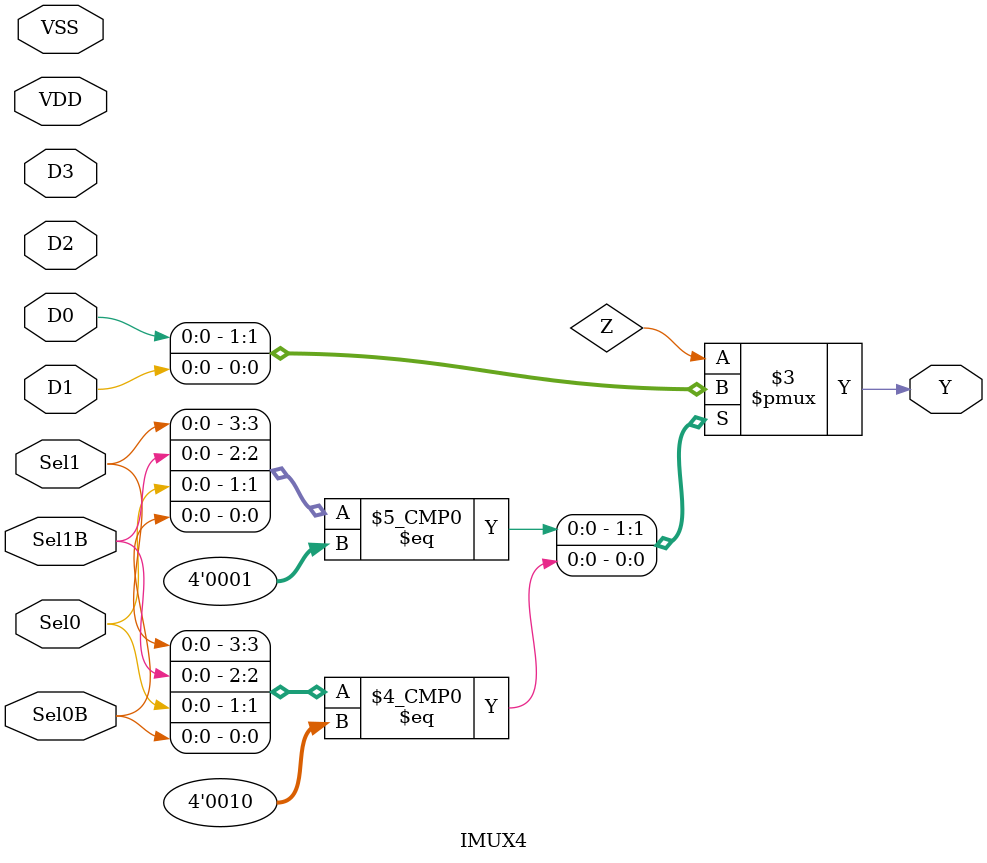
<source format=v>
module IMUX4(Y, D0, D1, D2, D3, Sel0, Sel1, Sel0B, Sel1B, VDD, VSS );
  input D0, D1, D2, D3, Sel0, Sel0B, Sel1, Sel1B;
  output Y;
  inout VDD, VSS;

  always
    begin
      case({Sel1,Sel1B,Sel0,Sel0B})
        2'b0101 : Y=D0;
        2'b0110 : Y=D1;
        2'b1001 : Y=D2;
        2'b1010 : Y=D3;
        default : Y=Z;
      endcase
    end
endmodule

</source>
